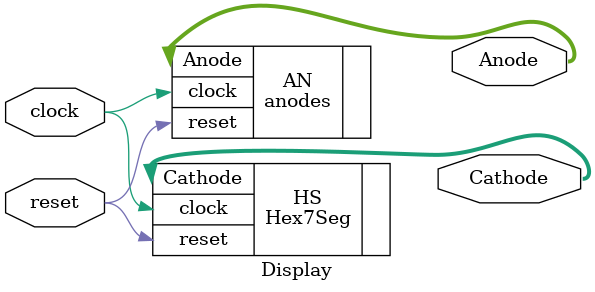
<source format=v>
`timescale 1ns / 1ps
module Display(clock, reset, Anode, Cathode);
	input clock, reset;
	output wire [7:0] Anode, Cathode;

	anodes AN (.clock(clock), .reset(reset), .Anode(Anode));
	Hex7Seg	HS (.clock(clock), .reset(reset), .Cathode(Cathode));

endmodule

</source>
